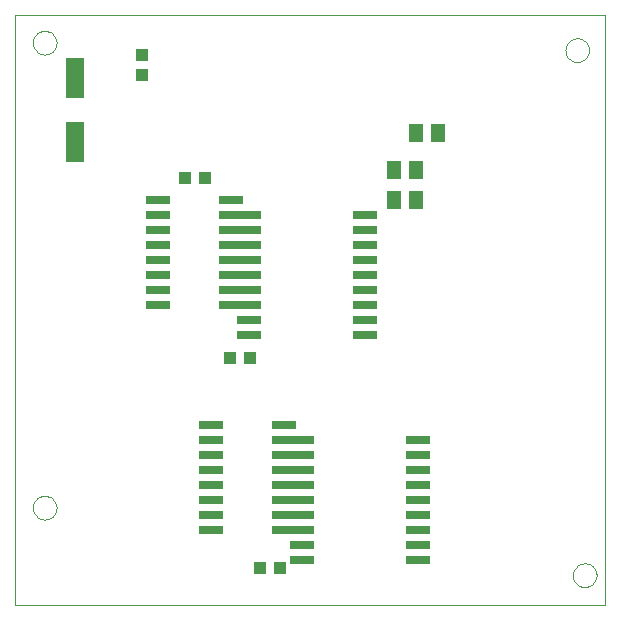
<source format=gtp>
G75*
%MOIN*%
%OFA0B0*%
%FSLAX24Y24*%
%IPPOS*%
%LPD*%
%AMOC8*
5,1,8,0,0,1.08239X$1,22.5*
%
%ADD10C,0.0000*%
%ADD11R,0.0630X0.1378*%
%ADD12R,0.0394X0.0433*%
%ADD13R,0.0800X0.0260*%
%ADD14R,0.0433X0.0394*%
%ADD15R,0.0512X0.0591*%
D10*
X001100Y000333D02*
X001100Y020018D01*
X020785Y020018D01*
X020785Y000333D01*
X001100Y000333D01*
X001706Y003583D02*
X001708Y003622D01*
X001714Y003661D01*
X001724Y003699D01*
X001737Y003736D01*
X001754Y003771D01*
X001774Y003805D01*
X001798Y003836D01*
X001825Y003865D01*
X001854Y003891D01*
X001886Y003914D01*
X001920Y003934D01*
X001956Y003950D01*
X001993Y003962D01*
X002032Y003971D01*
X002071Y003976D01*
X002110Y003977D01*
X002149Y003974D01*
X002188Y003967D01*
X002225Y003956D01*
X002262Y003942D01*
X002297Y003924D01*
X002330Y003903D01*
X002361Y003878D01*
X002389Y003851D01*
X002414Y003821D01*
X002436Y003788D01*
X002455Y003754D01*
X002470Y003718D01*
X002482Y003680D01*
X002490Y003642D01*
X002494Y003603D01*
X002494Y003563D01*
X002490Y003524D01*
X002482Y003486D01*
X002470Y003448D01*
X002455Y003412D01*
X002436Y003378D01*
X002414Y003345D01*
X002389Y003315D01*
X002361Y003288D01*
X002330Y003263D01*
X002297Y003242D01*
X002262Y003224D01*
X002225Y003210D01*
X002188Y003199D01*
X002149Y003192D01*
X002110Y003189D01*
X002071Y003190D01*
X002032Y003195D01*
X001993Y003204D01*
X001956Y003216D01*
X001920Y003232D01*
X001886Y003252D01*
X001854Y003275D01*
X001825Y003301D01*
X001798Y003330D01*
X001774Y003361D01*
X001754Y003395D01*
X001737Y003430D01*
X001724Y003467D01*
X001714Y003505D01*
X001708Y003544D01*
X001706Y003583D01*
X001706Y019083D02*
X001708Y019122D01*
X001714Y019161D01*
X001724Y019199D01*
X001737Y019236D01*
X001754Y019271D01*
X001774Y019305D01*
X001798Y019336D01*
X001825Y019365D01*
X001854Y019391D01*
X001886Y019414D01*
X001920Y019434D01*
X001956Y019450D01*
X001993Y019462D01*
X002032Y019471D01*
X002071Y019476D01*
X002110Y019477D01*
X002149Y019474D01*
X002188Y019467D01*
X002225Y019456D01*
X002262Y019442D01*
X002297Y019424D01*
X002330Y019403D01*
X002361Y019378D01*
X002389Y019351D01*
X002414Y019321D01*
X002436Y019288D01*
X002455Y019254D01*
X002470Y019218D01*
X002482Y019180D01*
X002490Y019142D01*
X002494Y019103D01*
X002494Y019063D01*
X002490Y019024D01*
X002482Y018986D01*
X002470Y018948D01*
X002455Y018912D01*
X002436Y018878D01*
X002414Y018845D01*
X002389Y018815D01*
X002361Y018788D01*
X002330Y018763D01*
X002297Y018742D01*
X002262Y018724D01*
X002225Y018710D01*
X002188Y018699D01*
X002149Y018692D01*
X002110Y018689D01*
X002071Y018690D01*
X002032Y018695D01*
X001993Y018704D01*
X001956Y018716D01*
X001920Y018732D01*
X001886Y018752D01*
X001854Y018775D01*
X001825Y018801D01*
X001798Y018830D01*
X001774Y018861D01*
X001754Y018895D01*
X001737Y018930D01*
X001724Y018967D01*
X001714Y019005D01*
X001708Y019044D01*
X001706Y019083D01*
X019456Y018833D02*
X019458Y018872D01*
X019464Y018911D01*
X019474Y018949D01*
X019487Y018986D01*
X019504Y019021D01*
X019524Y019055D01*
X019548Y019086D01*
X019575Y019115D01*
X019604Y019141D01*
X019636Y019164D01*
X019670Y019184D01*
X019706Y019200D01*
X019743Y019212D01*
X019782Y019221D01*
X019821Y019226D01*
X019860Y019227D01*
X019899Y019224D01*
X019938Y019217D01*
X019975Y019206D01*
X020012Y019192D01*
X020047Y019174D01*
X020080Y019153D01*
X020111Y019128D01*
X020139Y019101D01*
X020164Y019071D01*
X020186Y019038D01*
X020205Y019004D01*
X020220Y018968D01*
X020232Y018930D01*
X020240Y018892D01*
X020244Y018853D01*
X020244Y018813D01*
X020240Y018774D01*
X020232Y018736D01*
X020220Y018698D01*
X020205Y018662D01*
X020186Y018628D01*
X020164Y018595D01*
X020139Y018565D01*
X020111Y018538D01*
X020080Y018513D01*
X020047Y018492D01*
X020012Y018474D01*
X019975Y018460D01*
X019938Y018449D01*
X019899Y018442D01*
X019860Y018439D01*
X019821Y018440D01*
X019782Y018445D01*
X019743Y018454D01*
X019706Y018466D01*
X019670Y018482D01*
X019636Y018502D01*
X019604Y018525D01*
X019575Y018551D01*
X019548Y018580D01*
X019524Y018611D01*
X019504Y018645D01*
X019487Y018680D01*
X019474Y018717D01*
X019464Y018755D01*
X019458Y018794D01*
X019456Y018833D01*
X019706Y001333D02*
X019708Y001372D01*
X019714Y001411D01*
X019724Y001449D01*
X019737Y001486D01*
X019754Y001521D01*
X019774Y001555D01*
X019798Y001586D01*
X019825Y001615D01*
X019854Y001641D01*
X019886Y001664D01*
X019920Y001684D01*
X019956Y001700D01*
X019993Y001712D01*
X020032Y001721D01*
X020071Y001726D01*
X020110Y001727D01*
X020149Y001724D01*
X020188Y001717D01*
X020225Y001706D01*
X020262Y001692D01*
X020297Y001674D01*
X020330Y001653D01*
X020361Y001628D01*
X020389Y001601D01*
X020414Y001571D01*
X020436Y001538D01*
X020455Y001504D01*
X020470Y001468D01*
X020482Y001430D01*
X020490Y001392D01*
X020494Y001353D01*
X020494Y001313D01*
X020490Y001274D01*
X020482Y001236D01*
X020470Y001198D01*
X020455Y001162D01*
X020436Y001128D01*
X020414Y001095D01*
X020389Y001065D01*
X020361Y001038D01*
X020330Y001013D01*
X020297Y000992D01*
X020262Y000974D01*
X020225Y000960D01*
X020188Y000949D01*
X020149Y000942D01*
X020110Y000939D01*
X020071Y000940D01*
X020032Y000945D01*
X019993Y000954D01*
X019956Y000966D01*
X019920Y000982D01*
X019886Y001002D01*
X019854Y001025D01*
X019825Y001051D01*
X019798Y001080D01*
X019774Y001111D01*
X019754Y001145D01*
X019737Y001180D01*
X019724Y001217D01*
X019714Y001255D01*
X019708Y001294D01*
X019706Y001333D01*
D11*
X003100Y015770D03*
X003100Y017896D03*
D12*
X005350Y017999D03*
X005350Y018668D03*
D13*
X005890Y013833D03*
X005890Y013333D03*
X005890Y012833D03*
X005890Y012333D03*
X005890Y011833D03*
X005890Y011333D03*
X005890Y010833D03*
X005890Y010333D03*
X008310Y010333D03*
X008310Y010833D03*
X008310Y011333D03*
X008310Y011833D03*
X008310Y012333D03*
X008310Y012833D03*
X008310Y013333D03*
X008310Y013833D03*
X008920Y013333D03*
X008920Y012833D03*
X008920Y012333D03*
X008920Y011833D03*
X008920Y011333D03*
X008920Y010833D03*
X008920Y010333D03*
X008920Y009833D03*
X008920Y009333D03*
X010060Y006333D03*
X010060Y005833D03*
X010060Y005333D03*
X010060Y004833D03*
X010060Y004333D03*
X010060Y003833D03*
X010060Y003333D03*
X010060Y002833D03*
X010670Y002833D03*
X010670Y002333D03*
X010670Y001833D03*
X010670Y003333D03*
X010670Y003833D03*
X010670Y004333D03*
X010670Y004833D03*
X010670Y005333D03*
X010670Y005833D03*
X007640Y005833D03*
X007640Y005333D03*
X007640Y004833D03*
X007640Y004333D03*
X007640Y003833D03*
X007640Y003333D03*
X007640Y002833D03*
X007640Y006333D03*
X012780Y009333D03*
X012780Y009833D03*
X012780Y010333D03*
X012780Y010833D03*
X012780Y011333D03*
X012780Y011833D03*
X012780Y012333D03*
X012780Y012833D03*
X012780Y013333D03*
X014530Y005833D03*
X014530Y005333D03*
X014530Y004833D03*
X014530Y004333D03*
X014530Y003833D03*
X014530Y003333D03*
X014530Y002833D03*
X014530Y002333D03*
X014530Y001833D03*
D14*
X009935Y001583D03*
X009265Y001583D03*
X008935Y008583D03*
X008265Y008583D03*
X007435Y014583D03*
X006765Y014583D03*
D15*
X013726Y014833D03*
X014474Y014833D03*
X014474Y013833D03*
X013726Y013833D03*
X014476Y016083D03*
X015224Y016083D03*
M02*

</source>
